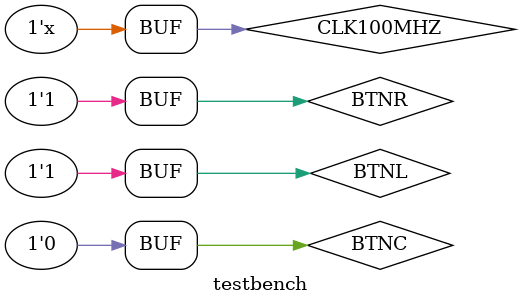
<source format=sv>
`timescale 1ns / 1ps

module testbench();
logic CLK100MHZ, BTNC, BTNL, BTNR;
logic [15:0] SW;
logic [7:0] AN;
logic [6:0] A2G;

initial
begin
    #0;
    CLK100MHZ = 0;
    BTNC = 1;
    #2;
    BTNC = 0;
    #2;
    BTNL = 1;
    BTNR = 1;
end

always
    begin
        #5;
        CLK100MHZ = ~CLK100MHZ;
    end

top_module tm
(
CLK100MHZ, BTNC, BTNL, BTNR, SW, AN, A2G
);

endmodule

</source>
